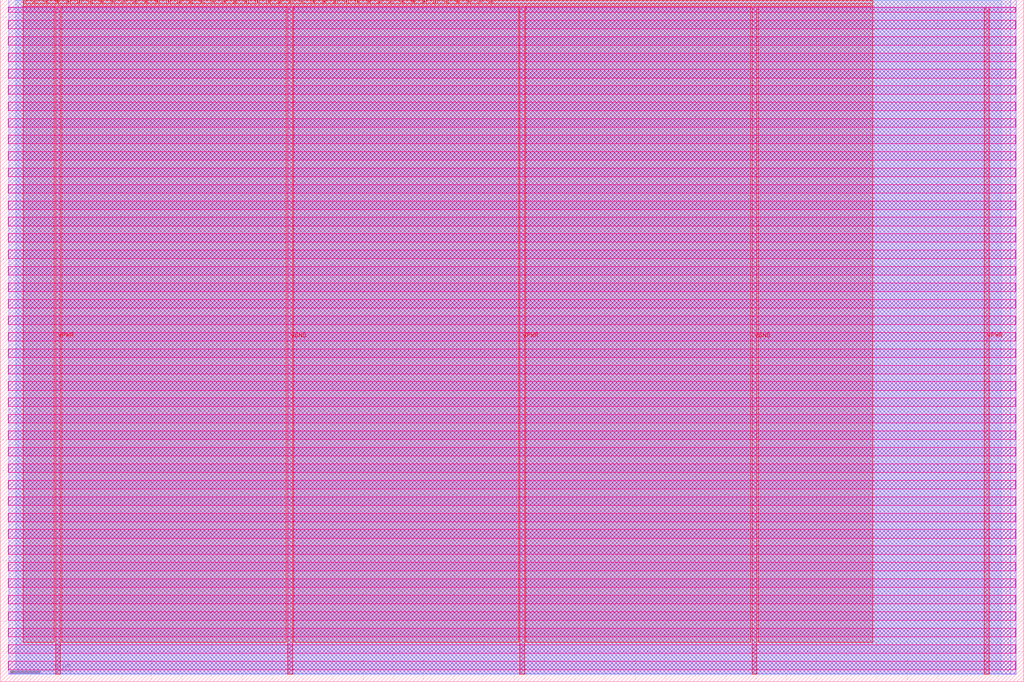
<source format=lef>
VERSION 5.7 ;
  NOWIREEXTENSIONATPIN ON ;
  DIVIDERCHAR "/" ;
  BUSBITCHARS "[]" ;
MACRO tt_um_eldritch_pwm_peripheral
  CLASS BLOCK ;
  FOREIGN tt_um_eldritch_pwm_peripheral ;
  ORIGIN 0.000 0.000 ;
  SIZE 338.560 BY 225.760 ;
  PIN VGND
    DIRECTION INOUT ;
    USE GROUND ;
    PORT
      LAYER met4 ;
        RECT 95.080 2.480 96.680 223.280 ;
    END
    PORT
      LAYER met4 ;
        RECT 248.680 2.480 250.280 223.280 ;
    END
  END VGND
  PIN VPWR
    DIRECTION INOUT ;
    USE POWER ;
    PORT
      LAYER met4 ;
        RECT 18.280 2.480 19.880 223.280 ;
    END
    PORT
      LAYER met4 ;
        RECT 171.880 2.480 173.480 223.280 ;
    END
    PORT
      LAYER met4 ;
        RECT 325.480 2.480 327.080 223.280 ;
    END
  END VPWR
  PIN clk
    DIRECTION INPUT ;
    USE SIGNAL ;
    ANTENNAGATEAREA 0.852000 ;
    PORT
      LAYER met4 ;
        RECT 158.550 224.760 158.850 225.760 ;
    END
  END clk
  PIN ena
    DIRECTION INPUT ;
    USE SIGNAL ;
    PORT
      LAYER met4 ;
        RECT 162.230 224.760 162.530 225.760 ;
    END
  END ena
  PIN rst_n
    DIRECTION INPUT ;
    USE SIGNAL ;
    ANTENNAGATEAREA 0.213000 ;
    PORT
      LAYER met4 ;
        RECT 154.870 224.760 155.170 225.760 ;
    END
  END rst_n
  PIN ui_in[0]
    DIRECTION INPUT ;
    USE SIGNAL ;
    ANTENNAGATEAREA 0.126000 ;
    PORT
      LAYER met4 ;
        RECT 151.190 224.760 151.490 225.760 ;
    END
  END ui_in[0]
  PIN ui_in[1]
    DIRECTION INPUT ;
    USE SIGNAL ;
    PORT
      LAYER met4 ;
        RECT 147.510 224.760 147.810 225.760 ;
    END
  END ui_in[1]
  PIN ui_in[2]
    DIRECTION INPUT ;
    USE SIGNAL ;
    ANTENNAGATEAREA 0.126000 ;
    PORT
      LAYER met4 ;
        RECT 143.830 224.760 144.130 225.760 ;
    END
  END ui_in[2]
  PIN ui_in[3]
    DIRECTION INPUT ;
    USE SIGNAL ;
    ANTENNAGATEAREA 0.126000 ;
    PORT
      LAYER met4 ;
        RECT 140.150 224.760 140.450 225.760 ;
    END
  END ui_in[3]
  PIN ui_in[4]
    DIRECTION INPUT ;
    USE SIGNAL ;
    ANTENNAGATEAREA 0.126000 ;
    PORT
      LAYER met4 ;
        RECT 136.470 224.760 136.770 225.760 ;
    END
  END ui_in[4]
  PIN ui_in[5]
    DIRECTION INPUT ;
    USE SIGNAL ;
    ANTENNAGATEAREA 0.126000 ;
    PORT
      LAYER met4 ;
        RECT 132.790 224.760 133.090 225.760 ;
    END
  END ui_in[5]
  PIN ui_in[6]
    DIRECTION INPUT ;
    USE SIGNAL ;
    ANTENNAGATEAREA 0.213000 ;
    PORT
      LAYER met4 ;
        RECT 129.110 224.760 129.410 225.760 ;
    END
  END ui_in[6]
  PIN ui_in[7]
    DIRECTION INPUT ;
    USE SIGNAL ;
    ANTENNAGATEAREA 0.213000 ;
    PORT
      LAYER met4 ;
        RECT 125.430 224.760 125.730 225.760 ;
    END
  END ui_in[7]
  PIN uio_in[0]
    DIRECTION INPUT ;
    USE SIGNAL ;
    ANTENNAGATEAREA 0.213000 ;
    PORT
      LAYER met4 ;
        RECT 121.750 224.760 122.050 225.760 ;
    END
  END uio_in[0]
  PIN uio_in[1]
    DIRECTION INPUT ;
    USE SIGNAL ;
    ANTENNAGATEAREA 0.213000 ;
    PORT
      LAYER met4 ;
        RECT 118.070 224.760 118.370 225.760 ;
    END
  END uio_in[1]
  PIN uio_in[2]
    DIRECTION INPUT ;
    USE SIGNAL ;
    ANTENNAGATEAREA 0.213000 ;
    PORT
      LAYER met4 ;
        RECT 114.390 224.760 114.690 225.760 ;
    END
  END uio_in[2]
  PIN uio_in[3]
    DIRECTION INPUT ;
    USE SIGNAL ;
    ANTENNAGATEAREA 0.213000 ;
    PORT
      LAYER met4 ;
        RECT 110.710 224.760 111.010 225.760 ;
    END
  END uio_in[3]
  PIN uio_in[4]
    DIRECTION INPUT ;
    USE SIGNAL ;
    ANTENNAGATEAREA 0.159000 ;
    PORT
      LAYER met4 ;
        RECT 107.030 224.760 107.330 225.760 ;
    END
  END uio_in[4]
  PIN uio_in[5]
    DIRECTION INPUT ;
    USE SIGNAL ;
    ANTENNAGATEAREA 0.159000 ;
    PORT
      LAYER met4 ;
        RECT 103.350 224.760 103.650 225.760 ;
    END
  END uio_in[5]
  PIN uio_in[6]
    DIRECTION INPUT ;
    USE SIGNAL ;
    ANTENNAGATEAREA 0.213000 ;
    PORT
      LAYER met4 ;
        RECT 99.670 224.760 99.970 225.760 ;
    END
  END uio_in[6]
  PIN uio_in[7]
    DIRECTION INPUT ;
    USE SIGNAL ;
    ANTENNAGATEAREA 0.159000 ;
    PORT
      LAYER met4 ;
        RECT 95.990 224.760 96.290 225.760 ;
    END
  END uio_in[7]
  PIN uio_oe[0]
    DIRECTION OUTPUT TRISTATE ;
    USE SIGNAL ;
    ANTENNADIFFAREA 0.795200 ;
    PORT
      LAYER met4 ;
        RECT 33.430 224.760 33.730 225.760 ;
    END
  END uio_oe[0]
  PIN uio_oe[1]
    DIRECTION OUTPUT TRISTATE ;
    USE SIGNAL ;
    ANTENNADIFFAREA 0.445500 ;
    PORT
      LAYER met4 ;
        RECT 29.750 224.760 30.050 225.760 ;
    END
  END uio_oe[1]
  PIN uio_oe[2]
    DIRECTION OUTPUT TRISTATE ;
    USE SIGNAL ;
    ANTENNADIFFAREA 0.795200 ;
    PORT
      LAYER met4 ;
        RECT 26.070 224.760 26.370 225.760 ;
    END
  END uio_oe[2]
  PIN uio_oe[3]
    DIRECTION OUTPUT TRISTATE ;
    USE SIGNAL ;
    ANTENNADIFFAREA 0.795200 ;
    PORT
      LAYER met4 ;
        RECT 22.390 224.760 22.690 225.760 ;
    END
  END uio_oe[3]
  PIN uio_oe[4]
    DIRECTION OUTPUT TRISTATE ;
    USE SIGNAL ;
    ANTENNADIFFAREA 0.795200 ;
    PORT
      LAYER met4 ;
        RECT 18.710 224.760 19.010 225.760 ;
    END
  END uio_oe[4]
  PIN uio_oe[5]
    DIRECTION OUTPUT TRISTATE ;
    USE SIGNAL ;
    ANTENNADIFFAREA 0.795200 ;
    PORT
      LAYER met4 ;
        RECT 15.030 224.760 15.330 225.760 ;
    END
  END uio_oe[5]
  PIN uio_oe[6]
    DIRECTION OUTPUT TRISTATE ;
    USE SIGNAL ;
    ANTENNADIFFAREA 0.795200 ;
    PORT
      LAYER met4 ;
        RECT 11.350 224.760 11.650 225.760 ;
    END
  END uio_oe[6]
  PIN uio_oe[7]
    DIRECTION OUTPUT TRISTATE ;
    USE SIGNAL ;
    ANTENNAGATEAREA 2.427000 ;
    ANTENNADIFFAREA 1.336500 ;
    PORT
      LAYER met4 ;
        RECT 7.670 224.760 7.970 225.760 ;
    END
  END uio_oe[7]
  PIN uio_out[0]
    DIRECTION OUTPUT TRISTATE ;
    USE SIGNAL ;
    ANTENNADIFFAREA 0.924000 ;
    PORT
      LAYER met4 ;
        RECT 62.870 224.760 63.170 225.760 ;
    END
  END uio_out[0]
  PIN uio_out[1]
    DIRECTION OUTPUT TRISTATE ;
    USE SIGNAL ;
    ANTENNADIFFAREA 0.924000 ;
    PORT
      LAYER met4 ;
        RECT 59.190 224.760 59.490 225.760 ;
    END
  END uio_out[1]
  PIN uio_out[2]
    DIRECTION OUTPUT TRISTATE ;
    USE SIGNAL ;
    ANTENNADIFFAREA 0.924000 ;
    PORT
      LAYER met4 ;
        RECT 55.510 224.760 55.810 225.760 ;
    END
  END uio_out[2]
  PIN uio_out[3]
    DIRECTION OUTPUT TRISTATE ;
    USE SIGNAL ;
    ANTENNADIFFAREA 0.924000 ;
    PORT
      LAYER met4 ;
        RECT 51.830 224.760 52.130 225.760 ;
    END
  END uio_out[3]
  PIN uio_out[4]
    DIRECTION OUTPUT TRISTATE ;
    USE SIGNAL ;
    ANTENNADIFFAREA 0.924000 ;
    PORT
      LAYER met4 ;
        RECT 48.150 224.760 48.450 225.760 ;
    END
  END uio_out[4]
  PIN uio_out[5]
    DIRECTION OUTPUT TRISTATE ;
    USE SIGNAL ;
    ANTENNADIFFAREA 0.924000 ;
    PORT
      LAYER met4 ;
        RECT 44.470 224.760 44.770 225.760 ;
    END
  END uio_out[5]
  PIN uio_out[6]
    DIRECTION OUTPUT TRISTATE ;
    USE SIGNAL ;
    ANTENNADIFFAREA 0.891000 ;
    PORT
      LAYER met4 ;
        RECT 40.790 224.760 41.090 225.760 ;
    END
  END uio_out[6]
  PIN uio_out[7]
    DIRECTION OUTPUT TRISTATE ;
    USE SIGNAL ;
    ANTENNADIFFAREA 0.924000 ;
    PORT
      LAYER met4 ;
        RECT 37.110 224.760 37.410 225.760 ;
    END
  END uio_out[7]
  PIN uo_out[0]
    DIRECTION OUTPUT TRISTATE ;
    USE SIGNAL ;
    ANTENNADIFFAREA 0.891000 ;
    PORT
      LAYER met4 ;
        RECT 92.310 224.760 92.610 225.760 ;
    END
  END uo_out[0]
  PIN uo_out[1]
    DIRECTION OUTPUT TRISTATE ;
    USE SIGNAL ;
    ANTENNADIFFAREA 0.795200 ;
    PORT
      LAYER met4 ;
        RECT 88.630 224.760 88.930 225.760 ;
    END
  END uo_out[1]
  PIN uo_out[2]
    DIRECTION OUTPUT TRISTATE ;
    USE SIGNAL ;
    ANTENNADIFFAREA 0.891000 ;
    PORT
      LAYER met4 ;
        RECT 84.950 224.760 85.250 225.760 ;
    END
  END uo_out[2]
  PIN uo_out[3]
    DIRECTION OUTPUT TRISTATE ;
    USE SIGNAL ;
    ANTENNADIFFAREA 0.891000 ;
    PORT
      LAYER met4 ;
        RECT 81.270 224.760 81.570 225.760 ;
    END
  END uo_out[3]
  PIN uo_out[4]
    DIRECTION OUTPUT TRISTATE ;
    USE SIGNAL ;
    ANTENNADIFFAREA 0.795200 ;
    PORT
      LAYER met4 ;
        RECT 77.590 224.760 77.890 225.760 ;
    END
  END uo_out[4]
  PIN uo_out[5]
    DIRECTION OUTPUT TRISTATE ;
    USE SIGNAL ;
    ANTENNADIFFAREA 0.891000 ;
    PORT
      LAYER met4 ;
        RECT 73.910 224.760 74.210 225.760 ;
    END
  END uo_out[5]
  PIN uo_out[6]
    DIRECTION OUTPUT TRISTATE ;
    USE SIGNAL ;
    PORT
      LAYER met4 ;
        RECT 70.230 224.760 70.530 225.760 ;
    END
  END uo_out[6]
  PIN uo_out[7]
    DIRECTION OUTPUT TRISTATE ;
    USE SIGNAL ;
    PORT
      LAYER met4 ;
        RECT 66.550 224.760 66.850 225.760 ;
    END
  END uo_out[7]
  OBS
      LAYER nwell ;
        RECT 2.570 221.625 335.990 223.230 ;
        RECT 2.570 216.185 335.990 219.015 ;
        RECT 2.570 210.745 335.990 213.575 ;
        RECT 2.570 205.305 335.990 208.135 ;
        RECT 2.570 199.865 335.990 202.695 ;
        RECT 2.570 194.425 335.990 197.255 ;
        RECT 2.570 188.985 335.990 191.815 ;
        RECT 2.570 183.545 335.990 186.375 ;
        RECT 2.570 178.105 335.990 180.935 ;
        RECT 2.570 172.665 335.990 175.495 ;
        RECT 2.570 167.225 335.990 170.055 ;
        RECT 2.570 161.785 335.990 164.615 ;
        RECT 2.570 156.345 335.990 159.175 ;
        RECT 2.570 150.905 335.990 153.735 ;
        RECT 2.570 145.465 335.990 148.295 ;
        RECT 2.570 140.025 335.990 142.855 ;
        RECT 2.570 134.585 335.990 137.415 ;
        RECT 2.570 129.145 335.990 131.975 ;
        RECT 2.570 123.705 335.990 126.535 ;
        RECT 2.570 118.265 335.990 121.095 ;
        RECT 2.570 112.825 335.990 115.655 ;
        RECT 2.570 107.385 335.990 110.215 ;
        RECT 2.570 101.945 335.990 104.775 ;
        RECT 2.570 96.505 335.990 99.335 ;
        RECT 2.570 91.065 335.990 93.895 ;
        RECT 2.570 85.625 335.990 88.455 ;
        RECT 2.570 80.185 335.990 83.015 ;
        RECT 2.570 74.745 335.990 77.575 ;
        RECT 2.570 69.305 335.990 72.135 ;
        RECT 2.570 63.865 335.990 66.695 ;
        RECT 2.570 58.425 335.990 61.255 ;
        RECT 2.570 52.985 335.990 55.815 ;
        RECT 2.570 47.545 335.990 50.375 ;
        RECT 2.570 42.105 335.990 44.935 ;
        RECT 2.570 36.665 335.990 39.495 ;
        RECT 2.570 31.225 335.990 34.055 ;
        RECT 2.570 25.785 335.990 28.615 ;
        RECT 2.570 20.345 335.990 23.175 ;
        RECT 2.570 14.905 335.990 17.735 ;
        RECT 2.570 9.465 335.990 12.295 ;
        RECT 2.570 4.025 335.990 6.855 ;
      LAYER li1 ;
        RECT 2.760 2.635 335.800 223.125 ;
      LAYER met1 ;
        RECT 2.760 2.480 336.100 225.720 ;
      LAYER met2 ;
        RECT 5.150 2.535 334.320 225.750 ;
      LAYER met3 ;
        RECT 5.125 2.555 331.135 225.585 ;
      LAYER met4 ;
        RECT 8.370 224.360 10.950 225.585 ;
        RECT 12.050 224.360 14.630 225.585 ;
        RECT 15.730 224.360 18.310 225.585 ;
        RECT 19.410 224.360 21.990 225.585 ;
        RECT 23.090 224.360 25.670 225.585 ;
        RECT 26.770 224.360 29.350 225.585 ;
        RECT 30.450 224.360 33.030 225.585 ;
        RECT 34.130 224.360 36.710 225.585 ;
        RECT 37.810 224.360 40.390 225.585 ;
        RECT 41.490 224.360 44.070 225.585 ;
        RECT 45.170 224.360 47.750 225.585 ;
        RECT 48.850 224.360 51.430 225.585 ;
        RECT 52.530 224.360 55.110 225.585 ;
        RECT 56.210 224.360 58.790 225.585 ;
        RECT 59.890 224.360 62.470 225.585 ;
        RECT 63.570 224.360 66.150 225.585 ;
        RECT 67.250 224.360 69.830 225.585 ;
        RECT 70.930 224.360 73.510 225.585 ;
        RECT 74.610 224.360 77.190 225.585 ;
        RECT 78.290 224.360 80.870 225.585 ;
        RECT 81.970 224.360 84.550 225.585 ;
        RECT 85.650 224.360 88.230 225.585 ;
        RECT 89.330 224.360 91.910 225.585 ;
        RECT 93.010 224.360 95.590 225.585 ;
        RECT 96.690 224.360 99.270 225.585 ;
        RECT 100.370 224.360 102.950 225.585 ;
        RECT 104.050 224.360 106.630 225.585 ;
        RECT 107.730 224.360 110.310 225.585 ;
        RECT 111.410 224.360 113.990 225.585 ;
        RECT 115.090 224.360 117.670 225.585 ;
        RECT 118.770 224.360 121.350 225.585 ;
        RECT 122.450 224.360 125.030 225.585 ;
        RECT 126.130 224.360 128.710 225.585 ;
        RECT 129.810 224.360 132.390 225.585 ;
        RECT 133.490 224.360 136.070 225.585 ;
        RECT 137.170 224.360 139.750 225.585 ;
        RECT 140.850 224.360 143.430 225.585 ;
        RECT 144.530 224.360 147.110 225.585 ;
        RECT 148.210 224.360 150.790 225.585 ;
        RECT 151.890 224.360 154.470 225.585 ;
        RECT 155.570 224.360 158.150 225.585 ;
        RECT 159.250 224.360 161.830 225.585 ;
        RECT 162.930 224.360 288.585 225.585 ;
        RECT 7.655 223.680 288.585 224.360 ;
        RECT 7.655 13.095 17.880 223.680 ;
        RECT 20.280 13.095 94.680 223.680 ;
        RECT 97.080 13.095 171.480 223.680 ;
        RECT 173.880 13.095 248.280 223.680 ;
        RECT 250.680 13.095 288.585 223.680 ;
  END
END tt_um_eldritch_pwm_peripheral
END LIBRARY


</source>
